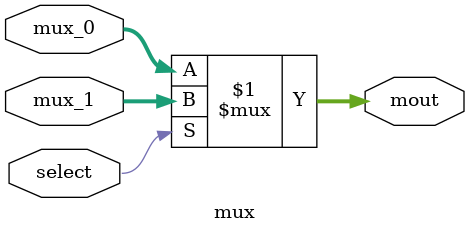
<source format=v>
`timescale 1ns / 1ps


module mux(
    input select,
    input[31:0] mux_0,
    input[31:0] mux_1,
    output[31:0] mout
    );

    assign mout = select? mux_1 : mux_0;

endmodule

</source>
